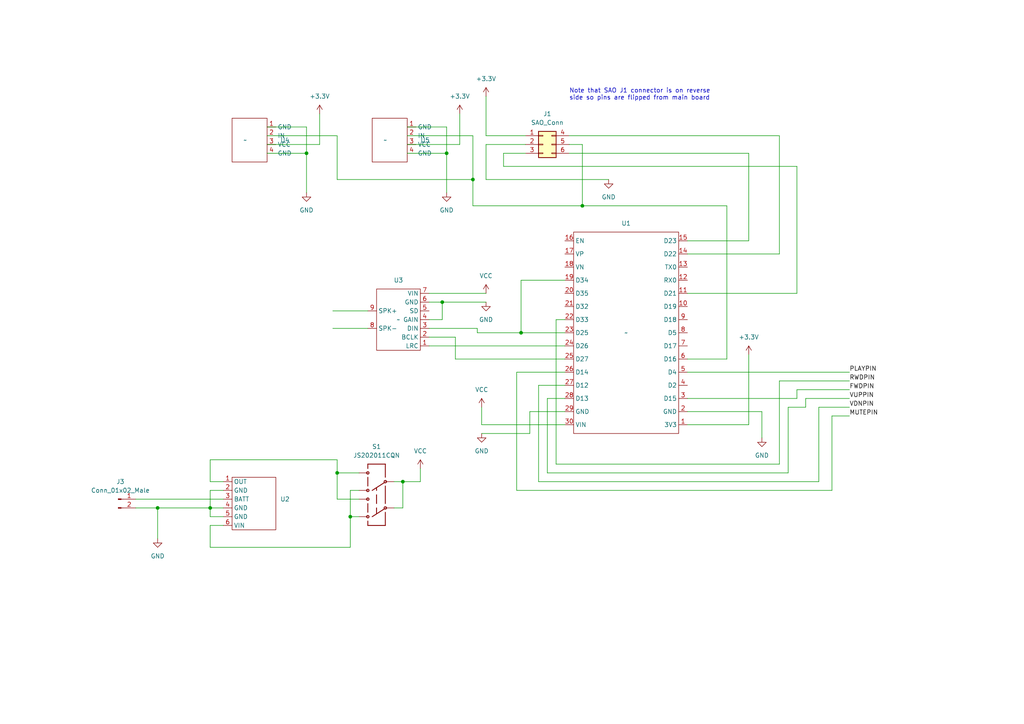
<source format=kicad_sch>
(kicad_sch (version 20230121) (generator eeschema)
  (paper "A4")
  (lib_symbols
    (symbol "DC32_Cnet_Badge_Main:Conn_01x02_Male" (pin_names (offset 1.016) hide)
      (property "Reference" "J" (at 0 2.54 0))
      (property "Value" "Conn_01x02_Male" (at 0 -5.08 0))
      (symbol "Conn_01x02_Male_1_1"
        (polyline (pts (xy 1.27 -2.54) (xy 0.8636 -2.54)) (stroke (width 0.1524)))
        (polyline (pts (xy 1.27 0) (xy 0.8636 0)) (stroke (width 0.1524)))
        (rectangle (start 0.8636 -2.413) (end 0 -2.667) (stroke (width 0.1524)) (fill (type outline)))
        (rectangle (start 0.8636 0.127) (end 0 -0.127) (stroke (width 0.1524)) (fill (type outline)))
        (pin passive line (at 5.08 0 180) (length 3.81) (name "Pin_1") (number "1"))
        (pin passive line (at 5.08 -2.54 180) (length 3.81) (name "Pin_2") (number "2"))
      )
    )
    (symbol "DC32_Cnet_Badge_Main:ESP32_Dev_Module-USB-C"
      (property "Reference" "U" (at 0 0 0))
      (symbol "ESP32_Dev_Module-USB-C_0_1"
        (rectangle (start -15.24 29.21) (end 15.24 -29.21))
      )
      (symbol "ESP32_Dev_Module-USB-C_1_1"
        (pin power_in line (at 17.78 -26.67 180) (length 2.54) (name "3V3") (number "1"))
        (pin bidirectional line (at 17.78 7.62 180) (length 2.54) (name "D19") (number "10"))
        (pin bidirectional line (at 17.78 11.43 180) (length 2.54) (name "D21") (number "11"))
        (pin bidirectional line (at 17.78 15.24 180) (length 2.54) (name "RX0") (number "12"))
        (pin bidirectional line (at 17.78 19.05 180) (length 2.54) (name "TX0") (number "13"))
        (pin bidirectional line (at 17.78 22.86 180) (length 2.54) (name "D22") (number "14"))
        (pin bidirectional line (at 17.78 26.67 180) (length 2.54) (name "D23") (number "15"))
        (pin input line (at -17.78 26.67 0) (length 2.54) (name "EN") (number "16"))
        (pin power_in line (at -17.78 22.86 0) (length 2.54) (name "VP") (number "17"))
        (pin power_in line (at -17.78 19.05 0) (length 2.54) (name "VN") (number "18"))
        (pin bidirectional line (at -17.78 15.24 0) (length 2.54) (name "D34") (number "19"))
        (pin power_in line (at 17.78 -22.86 180) (length 2.54) (name "GND") (number "2"))
        (pin bidirectional line (at -17.78 11.43 0) (length 2.54) (name "D35") (number "20"))
        (pin bidirectional line (at -17.78 7.62 0) (length 2.54) (name "D32") (number "21"))
        (pin bidirectional line (at -17.78 3.81 0) (length 2.54) (name "D33") (number "22"))
        (pin bidirectional line (at -17.78 0 0) (length 2.54) (name "D25") (number "23"))
        (pin bidirectional line (at -17.78 -3.81 0) (length 2.54) (name "D26") (number "24"))
        (pin bidirectional line (at -17.78 -7.62 0) (length 2.54) (name "D27") (number "25"))
        (pin bidirectional line (at -17.78 -11.43 0) (length 2.54) (name "D14") (number "26"))
        (pin bidirectional line (at -17.78 -15.24 0) (length 2.54) (name "D12") (number "27"))
        (pin bidirectional line (at -17.78 -19.05 0) (length 2.54) (name "D13") (number "28"))
        (pin power_in line (at -17.78 -22.86 0) (length 2.54) (name "GND") (number "29"))
        (pin bidirectional line (at 17.78 -19.05 180) (length 2.54) (name "D15") (number "3"))
        (pin power_in line (at -17.78 -26.67 0) (length 2.54) (name "VIN") (number "30"))
        (pin bidirectional line (at 17.78 -15.24 180) (length 2.54) (name "D2") (number "4"))
        (pin bidirectional line (at 17.78 -11.43 180) (length 2.54) (name "D4") (number "5"))
        (pin bidirectional line (at 17.78 -7.62 180) (length 2.54) (name "D16") (number "6"))
        (pin bidirectional line (at 17.78 -3.81 180) (length 2.54) (name "D17") (number "7"))
        (pin bidirectional line (at 17.78 0 180) (length 2.54) (name "D5") (number "8"))
        (pin bidirectional line (at 17.78 3.81 180) (length 2.54) (name "D18") (number "9"))
      )
    )
    (symbol "DC32_Cnet_Badge_Main:JS202011CQN" (pin_numbers hide) (pin_names (offset 1.016) hide)
      (property "Reference" "S" (at -2.54 8.128 0))
      (property "Value" "JS202011CQN" (at -2.54 -12.7 0))
      (symbol "JS202011CQN_0_0"
        (circle (center -2.54 -5.08) (radius 0.3556) (stroke (width 0.254)))
        (circle (center -2.54 2.54) (radius 0.3556) (stroke (width 0.254)))
        (polyline (pts (xy -2.54 -10.16) (xy 2.54 -10.16)) (stroke (width 0.254)))
        (polyline (pts (xy -2.54 -6.35) (xy -2.54 -10.16)) (stroke (width 0.254)))
        (polyline (pts (xy -2.54 1.27) (xy -2.54 -3.81)) (stroke (width 0.254)))
        (polyline (pts (xy -2.54 7.62) (xy -2.54 3.81)) (stroke (width 0.254)))
        (polyline (pts (xy -2.286 -4.826) (xy 1.27 -2.54)) (stroke (width 0.254)))
        (polyline (pts (xy 0 -2.54) (xy 0 -3.302)) (stroke (width 0.254)))
        (polyline (pts (xy 0 1.27) (xy 0 -1.27)) (stroke (width 0.254)))
        (polyline (pts (xy 0 4.064) (xy 0 2.54)) (stroke (width 0.254)))
        (polyline (pts (xy 1.27 5.08) (xy -2.286 2.794)) (stroke (width 0.254)))
        (polyline (pts (xy 2.54 -10.16) (xy 2.54 -8.89)) (stroke (width 0.254)))
        (polyline (pts (xy 2.54 -6.35) (xy 2.54 -3.81)) (stroke (width 0.254)))
        (polyline (pts (xy 2.54 3.81) (xy 2.54 1.27)) (stroke (width 0.254)))
        (polyline (pts (xy 2.54 6.35) (xy 2.54 7.62)) (stroke (width 0.254)))
        (polyline (pts (xy 2.54 7.62) (xy -2.54 7.62)) (stroke (width 0.254)))
        (circle (center 2.54 -7.62) (radius 0.3556) (stroke (width 0.254)))
        (circle (center 2.54 -2.54) (radius 0.3556) (stroke (width 0.254)))
        (circle (center 2.54 0) (radius 0.3556) (stroke (width 0.254)))
        (circle (center 2.54 5.08) (radius 0.3556) (stroke (width 0.254)))
        (pin bidirectional line (at 5.08 5.08 180) (length 2.54) (name "~") (number "1"))
        (pin bidirectional line (at -5.08 2.54 0) (length 2.54) (name "~") (number "2"))
        (pin bidirectional line (at 5.08 0 180) (length 2.54) (name "~") (number "3"))
        (pin bidirectional line (at 5.08 -2.54 180) (length 2.54) (name "~") (number "4"))
        (pin bidirectional line (at -5.08 -5.08 0) (length 2.54) (name "~") (number "5"))
        (pin bidirectional line (at 5.08 -7.62 180) (length 2.54) (name "~") (number "6"))
      )
    )
    (symbol "DC32_Cnet_Badge_Main:LED_SAO"
      (property "Reference" "U" (at 0 0 0))
      (symbol "LED_SAO_0_1"
        (rectangle (start -3.81 6.35) (end 6.35 -6.35))
      )
      (symbol "LED_SAO_1_1"
        (pin power_in line (at 6.35 3.81 0) (length 2.54) (name "GND") (number "1"))
        (pin input line (at 6.35 1.27 0) (length 2.54) (name "IN") (number "2"))
        (pin power_in line (at 6.35 -1.27 0) (length 2.54) (name "VCC") (number "3"))
        (pin power_in line (at 6.35 -3.81 0) (length 2.54) (name "GND") (number "4"))
      )
    )
    (symbol "DC32_Cnet_Badge_Main:MAX98357"
      (property "Reference" "U" (at 0 0 0))
      (symbol "MAX98357_0_1"
        (rectangle (start -6.35 8.89) (end 6.35 -8.89))
      )
      (symbol "MAX98357_1_1"
        (pin input line (at -8.89 7.62 0) (length 2.54) (name "LRC") (number "1"))
        (pin input line (at -8.89 5.08 0) (length 2.54) (name "BCLK") (number "2"))
        (pin input line (at -8.89 2.54 0) (length 2.54) (name "DIN") (number "3"))
        (pin input line (at -8.89 0 0) (length 2.54) (name "GAIN") (number "4"))
        (pin input line (at -8.89 -2.54 0) (length 2.54) (name "SD") (number "5"))
        (pin power_in line (at -8.89 -5.08 0) (length 2.54) (name "GND") (number "6"))
        (pin power_in line (at -8.89 -7.62 0) (length 2.54) (name "VIN") (number "7"))
        (pin output line (at 8.89 2.54 180) (length 2.54) (name "SPK-") (number "8"))
        (pin output line (at 8.89 -2.54 180) (length 2.54) (name "SPK+") (number "9"))
      )
    )
    (symbol "DC32_Cnet_Badge_Main:MH-CD42_LiPo_Batery_Management_Module"
      (property "Reference" "U" (at 0 8.89 0))
      (property "Footprint" "CD42 LiPo Mgmt" (at 0 -8.89 0))
      (symbol "MH-CD42_LiPo_Batery_Management_Module_0_1"
        (rectangle (start -6.35 7.62) (end 6.35 -7.62))
      )
      (symbol "MH-CD42_LiPo_Batery_Management_Module_1_1"
        (pin power_out line (at -8.89 6.35 0) (length 2.54) (name "OUT") (number "1"))
        (pin power_in line (at -8.89 3.81 0) (length 2.54) (name "GND") (number "2"))
        (pin power_in line (at -8.89 1.27 0) (length 2.54) (name "BATT") (number "3"))
        (pin power_in line (at -8.89 -1.27 0) (length 2.54) (name "GND") (number "4"))
        (pin power_in line (at -8.89 -3.81 0) (length 2.54) (name "GND") (number "5"))
        (pin power_in line (at -8.89 -6.35 0) (length 2.54) (name "VIN") (number "6"))
      )
    )
    (symbol "DC32_Cnet_Badge_Main:SAO_Conn" (pin_names (offset 1.016) hide)
      (property "Reference" "J" (at 1.27 5.08 0))
      (property "Value" "SAO_Conn" (at 1.27 -5.08 0))
      (symbol "SAO_Conn_1_1"
        (rectangle (start -1.27 -2.413) (end 0 -2.667) (stroke (width 0.1524)))
        (rectangle (start -1.27 0.127) (end 0 -0.127) (stroke (width 0.1524)))
        (rectangle (start -1.27 2.667) (end 0 2.413) (stroke (width 0.1524)))
        (rectangle (start -1.27 3.81) (end 3.81 -3.81) (stroke (width 0.254)) (fill (type background)))
        (rectangle (start 3.81 -2.413) (end 2.54 -2.667) (stroke (width 0.1524)))
        (rectangle (start 3.81 0.127) (end 2.54 -0.127) (stroke (width 0.1524)))
        (rectangle (start 3.81 2.667) (end 2.54 2.413) (stroke (width 0.1524)))
        (pin passive line (at -5.08 2.54 0) (length 3.81) (name "Pin_1") (number "1"))
        (pin passive line (at -5.08 0 0) (length 3.81) (name "Pin_2") (number "2"))
        (pin passive line (at -5.08 -2.54 0) (length 3.81) (name "Pin_3") (number "3"))
        (pin passive line (at 7.62 2.54 180) (length 3.81) (name "Pin_4") (number "4"))
        (pin passive line (at 7.62 0 180) (length 3.81) (name "Pin_5") (number "5"))
        (pin passive line (at 7.62 -2.54 180) (length 3.81) (name "Pin_6") (number "6"))
      )
    )
    (symbol "power:+3.3V" (power) (pin_names (offset 0))
      (property "Value" "+3.3V" (at 0 3.556 0))
      (symbol "+3.3V_0_1"
        (polyline (pts (xy -0.762 1.27) (xy 0 2.54)))
        (polyline (pts (xy 0 0) (xy 0 2.54)))
        (polyline (pts (xy 0 2.54) (xy 0.762 1.27)))
      )
      (symbol "+3.3V_1_1"
        (pin power_in line (at 0 0 90) (length 0) hide (name "+3.3V") (number "1"))
      )
    )
    (symbol "power:GND" (power) (pin_names (offset 0))
      (property "Value" "GND" (at 0 -3.81 0))
      (symbol "GND_0_1"
        (polyline (pts (xy 0 0) (xy 0 -1.27) (xy 1.27 -1.27) (xy 0 -2.54) (xy -1.27 -1.27) (xy 0 -1.27)))
      )
      (symbol "GND_1_1"
        (pin power_in line (at 0 0 270) (length 0) hide (name "GND") (number "1"))
      )
    )
    (symbol "power:VCC" (power) (pin_names (offset 0))
      (property "Value" "VCC" (at 0 3.81 0))
      (symbol "VCC_0_1"
        (polyline (pts (xy -0.762 1.27) (xy 0 2.54)))
        (polyline (pts (xy 0 0) (xy 0 2.54)))
        (polyline (pts (xy 0 2.54) (xy 0.762 1.27)))
      )
      (symbol "VCC_1_1"
        (pin power_in line (at 0 0 90) (length 0) hide (name "VCC") (number "1"))
      )
    )
  )
  (junction (at 45.72 147.32))
  (junction (at 97.79 137.16))
  (junction (at 151.13 96.52))
  (junction (at 128.27 87.63))
  (junction (at 129.54 44.45))
  (junction (at 116.84 139.7))
  (junction (at 168.91 59.69))
  (junction (at 60.96 147.32))
  (junction (at 101.6 149.86))
  (junction (at 88.9 44.45))
  (junction (at 137.16 52.07))
  (wire (pts (xy 231.14 113.03) (xy 246.38 113.03)))
  (wire (pts (xy 64.77 149.86) (xy 60.96 149.86)))
  (wire (pts (xy 241.3 142.24) (xy 241.3 120.65)))
  (wire (pts (xy 39.37 144.78) (xy 64.77 144.78)))
  (wire (pts (xy 199.39 123.19) (xy 217.17 123.19)))
  (wire (pts (xy 168.91 59.69) (xy 210.82 59.69)))
  (wire (pts (xy 121.92 135.89) (xy 121.92 139.7)))
  (wire (pts (xy 163.83 115.57) (xy 158.75 115.57)))
  (wire (pts (xy 124.46 95.25) (xy 138.43 95.25)))
  (wire (pts (xy 77.47 39.37) (xy 97.79 39.37)))
  (wire (pts (xy 226.06 39.37) (xy 165.1 39.37)))
  (wire (pts (xy 129.54 44.45) (xy 129.54 36.83)))
  (wire (pts (xy 97.79 137.16) (xy 104.14 137.16)))
  (wire (pts (xy 124.46 100.33) (xy 163.83 100.33)))
  (wire (pts (xy 60.96 133.35) (xy 97.79 133.35)))
  (wire (pts (xy 156.21 139.7) (xy 237.49 139.7)))
  (wire (pts (xy 88.9 44.45) (xy 88.9 36.83)))
  (wire (pts (xy 97.79 52.07) (xy 97.79 39.37)))
  (wire (pts (xy 233.68 115.57) (xy 246.38 115.57)))
  (wire (pts (xy 217.17 102.87) (xy 217.17 123.19)))
  (wire (pts (xy 163.83 123.19) (xy 139.7 123.19)))
  (wire (pts (xy 64.77 142.24) (xy 60.96 142.24)))
  (wire (pts (xy 101.6 149.86) (xy 101.6 158.75)))
  (wire (pts (xy 104.14 144.78) (xy 97.79 144.78)))
  (wire (pts (xy 116.84 139.7) (xy 121.92 139.7)))
  (wire (pts (xy 217.17 44.45) (xy 165.1 44.45)))
  (wire (pts (xy 226.06 73.66) (xy 226.06 39.37)))
  (wire (pts (xy 101.6 149.86) (xy 104.14 149.86)))
  (wire (pts (xy 124.46 85.09) (xy 140.97 85.09)))
  (wire (pts (xy 92.71 33.02) (xy 92.71 41.91)))
  (wire (pts (xy 146.05 48.26) (xy 146.05 44.45)))
  (wire (pts (xy 231.14 115.57) (xy 231.14 113.03)))
  (wire (pts (xy 199.39 85.09) (xy 231.14 85.09)))
  (wire (pts (xy 231.14 48.26) (xy 146.05 48.26)))
  (wire (pts (xy 140.97 41.91) (xy 140.97 52.07)))
  (wire (pts (xy 97.79 133.35) (xy 97.79 137.16)))
  (wire (pts (xy 220.98 119.38) (xy 220.98 127)))
  (wire (pts (xy 45.72 147.32) (xy 45.72 156.21)))
  (wire (pts (xy 231.14 85.09) (xy 231.14 48.26)))
  (wire (pts (xy 163.83 119.38) (xy 153.67 119.38)))
  (wire (pts (xy 152.4 41.91) (xy 140.97 41.91)))
  (wire (pts (xy 199.39 104.14) (xy 210.82 104.14)))
  (wire (pts (xy 124.46 97.79) (xy 132.08 97.79)))
  (wire (pts (xy 133.35 33.02) (xy 133.35 41.91)))
  (wire (pts (xy 92.71 41.91) (xy 77.47 41.91)))
  (wire (pts (xy 97.79 144.78) (xy 97.79 137.16)))
  (wire (pts (xy 64.77 139.7) (xy 60.96 139.7)))
  (wire (pts (xy 163.83 107.95) (xy 149.86 107.95)))
  (wire (pts (xy 199.39 107.95) (xy 246.38 107.95)))
  (wire (pts (xy 140.97 52.07) (xy 176.53 52.07)))
  (wire (pts (xy 140.97 39.37) (xy 152.4 39.37)))
  (wire (pts (xy 237.49 118.11) (xy 246.38 118.11)))
  (wire (pts (xy 149.86 142.24) (xy 241.3 142.24)))
  (wire (pts (xy 60.96 149.86) (xy 60.96 147.32)))
  (wire (pts (xy 60.96 152.4) (xy 60.96 158.75)))
  (wire (pts (xy 96.52 90.17) (xy 106.68 90.17)))
  (wire (pts (xy 88.9 36.83) (xy 77.47 36.83)))
  (wire (pts (xy 60.96 158.75) (xy 101.6 158.75)))
  (wire (pts (xy 217.17 69.85) (xy 217.17 44.45)))
  (wire (pts (xy 158.75 137.16) (xy 228.6 137.16)))
  (wire (pts (xy 149.86 107.95) (xy 149.86 142.24)))
  (wire (pts (xy 241.3 120.65) (xy 246.38 120.65)))
  (wire (pts (xy 233.68 118.11) (xy 233.68 115.57)))
  (wire (pts (xy 168.91 41.91) (xy 168.91 59.69)))
  (wire (pts (xy 60.96 142.24) (xy 60.96 147.32)))
  (wire (pts (xy 137.16 39.37) (xy 118.11 39.37)))
  (wire (pts (xy 104.14 142.24) (xy 101.6 142.24)))
  (wire (pts (xy 133.35 41.91) (xy 118.11 41.91)))
  (wire (pts (xy 226.06 134.62) (xy 226.06 110.49)))
  (wire (pts (xy 153.67 125.73) (xy 139.7 125.73)))
  (wire (pts (xy 156.21 111.76) (xy 156.21 139.7)))
  (wire (pts (xy 101.6 142.24) (xy 101.6 149.86)))
  (wire (pts (xy 60.96 147.32) (xy 64.77 147.32)))
  (wire (pts (xy 151.13 96.52) (xy 163.83 96.52)))
  (wire (pts (xy 39.37 147.32) (xy 45.72 147.32)))
  (wire (pts (xy 128.27 92.71) (xy 128.27 87.63)))
  (wire (pts (xy 132.08 104.14) (xy 163.83 104.14)))
  (wire (pts (xy 64.77 152.4) (xy 60.96 152.4)))
  (wire (pts (xy 140.97 39.37) (xy 140.97 27.94)))
  (wire (pts (xy 96.52 95.25) (xy 106.68 95.25)))
  (wire (pts (xy 228.6 118.11) (xy 233.68 118.11)))
  (wire (pts (xy 128.27 87.63) (xy 124.46 87.63)))
  (wire (pts (xy 139.7 123.19) (xy 139.7 118.11)))
  (wire (pts (xy 163.83 111.76) (xy 156.21 111.76)))
  (wire (pts (xy 158.75 115.57) (xy 158.75 137.16)))
  (wire (pts (xy 128.27 87.63) (xy 140.97 87.63)))
  (wire (pts (xy 129.54 36.83) (xy 118.11 36.83)))
  (wire (pts (xy 137.16 52.07) (xy 137.16 39.37)))
  (wire (pts (xy 129.54 44.45) (xy 118.11 44.45)))
  (wire (pts (xy 163.83 81.28) (xy 151.13 81.28)))
  (wire (pts (xy 161.29 92.71) (xy 161.29 134.62)))
  (wire (pts (xy 88.9 55.88) (xy 88.9 44.45)))
  (wire (pts (xy 168.91 59.69) (xy 137.16 59.69)))
  (wire (pts (xy 60.96 139.7) (xy 60.96 133.35)))
  (wire (pts (xy 146.05 44.45) (xy 152.4 44.45)))
  (wire (pts (xy 199.39 69.85) (xy 217.17 69.85)))
  (wire (pts (xy 153.67 119.38) (xy 153.67 125.73)))
  (wire (pts (xy 151.13 81.28) (xy 151.13 96.52)))
  (wire (pts (xy 199.39 119.38) (xy 220.98 119.38)))
  (wire (pts (xy 137.16 52.07) (xy 97.79 52.07)))
  (wire (pts (xy 88.9 44.45) (xy 77.47 44.45)))
  (wire (pts (xy 226.06 110.49) (xy 246.38 110.49)))
  (wire (pts (xy 163.83 92.71) (xy 161.29 92.71)))
  (wire (pts (xy 161.29 134.62) (xy 226.06 134.62)))
  (wire (pts (xy 138.43 96.52) (xy 151.13 96.52)))
  (wire (pts (xy 114.3 147.32) (xy 116.84 147.32)))
  (wire (pts (xy 45.72 147.32) (xy 60.96 147.32)))
  (wire (pts (xy 199.39 73.66) (xy 226.06 73.66)))
  (wire (pts (xy 137.16 59.69) (xy 137.16 52.07)))
  (wire (pts (xy 116.84 147.32) (xy 116.84 139.7)))
  (wire (pts (xy 116.84 139.7) (xy 114.3 139.7)))
  (wire (pts (xy 237.49 139.7) (xy 237.49 118.11)))
  (wire (pts (xy 199.39 115.57) (xy 231.14 115.57)))
  (wire (pts (xy 124.46 92.71) (xy 128.27 92.71)))
  (wire (pts (xy 210.82 104.14) (xy 210.82 59.69)))
  (wire (pts (xy 228.6 137.16) (xy 228.6 118.11)))
  (wire (pts (xy 129.54 55.88) (xy 129.54 44.45)))
  (wire (pts (xy 132.08 97.79) (xy 132.08 104.14)))
  (wire (pts (xy 138.43 95.25) (xy 138.43 96.52)))
  (wire (pts (xy 165.1 41.91) (xy 168.91 41.91)))
  (text "Note that SAO J1 connector is on reverse\nside so pins are flipped from main board" (at 165.1 29.21 0) (effects (font (size 1.27 1.27)) (justify left bottom)))
  (label "PLAYPIN" (at 246.38 107.95 0))
  (label "FWDPIN" (at 246.38 113.03 0))
  (label "VDNPIN" (at 246.38 118.11 0))
  (label "MUTEPIN" (at 246.38 120.65 0))
  (label "VUPPIN" (at 246.38 115.57 0))
  (label "RWDPIN" (at 246.38 110.49 0))
  (symbol (lib_id "power:+3.3V") (at 92.71 33.02 0) (unit 1)
    (property "Reference" "#PWR011" (effects hide))
    (property "Value" "+3.3V" (at 92.71 27.94 0))
  )
  (symbol (lib_id "power:GND") (at 45.72 156.21 0) (unit 1)
    (property "Reference" "#PWR08" (effects hide))
    (property "Value" "GND" (at 45.72 161.29 0))
  )
  (symbol (lib_id "DC32_Cnet_Badge_Main:MAX98357") (at 115.57 92.71 180) (unit 1)
    (property "Reference" "U3" (at 115.57 81.28 0))
    (property "Value" "~" (at 115.57 92.71 0))
    (property "Footprint" "DC32_Cnet_Badge_Main:MAX98357" (effects hide))
  )
  (symbol (lib_id "power:GND") (at 140.97 87.63 0) (unit 1)
    (property "Reference" "#PWR01" (effects hide))
    (property "Value" "GND" (at 140.97 92.71 0))
  )
  (symbol (lib_id "DC32_Cnet_Badge_Main:ESP32_Dev_Module-USB-C") (at 181.61 96.52 0) (unit 1)
    (property "Reference" "U1" (at 181.61 64.77 0))
    (property "Value" "~" (at 181.61 96.52 0))
    (property "Footprint" "DC32_Cnet_Badge_Main:ESP32_Dev_Module-USB-C" (effects hide))
  )
  (symbol (lib_id "power:GND") (at 88.9 55.88 0) (unit 1)
    (property "Reference" "#PWR013" (effects hide))
    (property "Value" "GND" (at 88.9 60.96 0))
  )
  (symbol (lib_id "DC32_Cnet_Badge_Main:SAO_Conn") (at 157.48 41.91 0) (unit 1)
    (property "Reference" "J1" (at 158.75 33.02 0))
    (property "Value" "SAO_Conn" (at 158.75 35.56 0))
    (property "Footprint" "DC32_Cnet_Badge_Main:PinSocket_2x03_P2.54mm_Vertical_Tab" (effects hide))
  )
  (symbol (lib_id "DC32_Cnet_Badge_Main:LED_SAO") (at 71.12 40.64 0) (unit 1)
    (property "Reference" "U4" (at 81.28 40.64 0) (effects (justify left)))
    (property "Value" "~" (at 71.12 40.64 0))
    (property "Footprint" "DC32_Cnet_Badge_Main:LED_SAO" (effects hide))
  )
  (symbol (lib_id "power:GND") (at 176.53 52.07 0) (unit 1)
    (property "Reference" "#PWR06" (effects hide))
    (property "Value" "GND" (at 176.53 57.15 0))
  )
  (symbol (lib_id "power:VCC") (at 139.7 118.11 0) (unit 1)
    (property "Reference" "#PWR03" (effects hide))
    (property "Value" "VCC" (at 139.7 113.03 0))
  )
  (symbol (lib_id "power:GND") (at 129.54 55.88 0) (unit 1)
    (property "Reference" "#PWR014" (effects hide))
    (property "Value" "GND" (at 129.54 60.96 0))
  )
  (symbol (lib_id "DC32_Cnet_Badge_Main:LED_SAO") (at 111.76 40.64 0) (unit 1)
    (property "Reference" "U5" (at 121.92 40.64 0) (effects (justify left)))
    (property "Value" "~" (at 111.76 40.64 0))
    (property "Footprint" "DC32_Cnet_Badge_Main:LED_SAO" (effects hide))
  )
  (symbol (lib_id "power:GND") (at 220.98 127 0) (unit 1)
    (property "Reference" "#PWR05" (effects hide))
    (property "Value" "GND" (at 220.98 132.08 0))
  )
  (symbol (lib_id "DC32_Cnet_Badge_Main:JS202011CQN") (at 109.22 144.78 180) (unit 1)
    (property "Reference" "S1" (at 109.22 129.54 0))
    (property "Value" "JS202011CQN" (at 109.22 132.08 0))
    (property "Footprint" "SPARKFUN-RETIRED_SWITCH-2.5X3.2-6" (effects hide))
  )
  (symbol (lib_id "power:VCC") (at 140.97 85.09 0) (unit 1)
    (property "Reference" "#PWR02" (effects hide))
    (property "Value" "VCC" (at 140.97 80.01 0))
  )
  (symbol (lib_id "power:+3.3V") (at 133.35 33.02 0) (unit 1)
    (property "Reference" "#PWR010" (effects hide))
    (property "Value" "+3.3V" (at 133.35 27.94 0))
  )
  (symbol (lib_id "power:GND") (at 139.7 125.73 0) (unit 1)
    (property "Reference" "#PWR04" (effects hide))
    (property "Value" "GND" (at 139.7 130.81 0))
  )
  (symbol (lib_id "power:VCC") (at 121.92 135.89 0) (unit 1)
    (property "Reference" "#PWR07" (effects hide))
    (property "Value" "VCC" (at 121.92 130.81 0))
  )
  (symbol (lib_id "DC32_Cnet_Badge_Main:MH-CD42_LiPo_Batery_Management_Module") (at 73.66 146.05 0) (unit 1)
    (property "Reference" "U2" (at 81.28 144.78 0) (effects (justify left)))
    (property "Value" "MH-CD42_LiPo_Batery_Management_Module" (effects hide))
    (property "Footprint" "DC32_Cnet_Badge_Main:MH-CD42 LiPo Battery Management Module Rear Charge LEDs" (effects hide))
  )
  (symbol (lib_id "power:+3.3V") (at 140.97 27.94 0) (unit 1)
    (property "Reference" "#PWR012" (effects hide))
    (property "Value" "+3.3V" (at 140.97 22.86 0))
  )
  (symbol (lib_id "DC32_Cnet_Badge_Main:Conn_01x02_Male") (at 34.29 144.78 0) (unit 1)
    (property "Reference" "J3" (at 34.925 139.7 0))
    (property "Value" "Conn_01x02_Male" (at 34.925 142.24 0))
    (property "Footprint" "DC32_Cnet_Badge_Main:JST_PH_S2B-PH-K_1x02_P2.00mm_Horizontal" (effects hide))
  )
  (symbol (lib_id "power:+3.3V") (at 217.17 102.87 0) (unit 1)
    (property "Reference" "#PWR09" (effects hide))
    (property "Value" "+3.3V" (at 217.17 97.79 0))
  )
)
</source>
